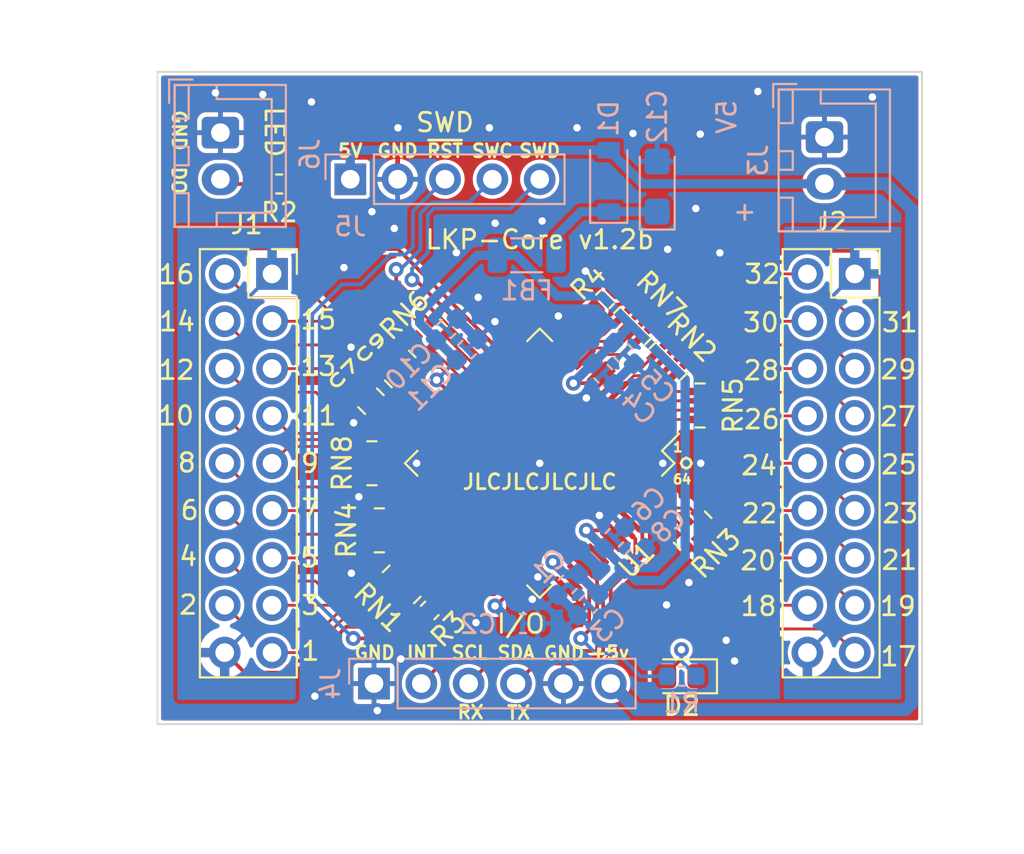
<source format=kicad_pcb>
(kicad_pcb (version 20210722) (generator pcbnew)
  (title_block (title "LKP-Core") (date "2020-09-26") (rev "v1.1") (company "dogtopus"))
  (layers (0 "F.Cu" signal) (31 "B.Cu" signal) (34 "B.Paste" user) (35 "F.Paste" user) (36 "B.SilkS" user "B.Silkscreen") (37 "F.SilkS" user "F.Silkscreen") (38 "B.Mask" user) (39 "F.Mask" user) (44 "Edge.Cuts" user))
  (net 0 "")
  (net 1 "GND")
  (net 2 "VDD")
  (net 3 "Net-(C2-Pad1)")
  (net 4 "/CSH")
  (net 5 "/CMOD")
  (net 6 "+5V")
  (net 7 "/S0_SH")
  (net 8 "/E0_15")
  (net 9 "/E0_14")
  (net 10 "/E0_13")
  (net 11 "/E0_12")
  (net 12 "/E0_11")
  (net 13 "/E0_10")
  (net 14 "/E0_9")
  (net 15 "/E0_8")
  (net 16 "/E0_7")
  (net 17 "/E0_6")
  (net 18 "/E0_5")
  (net 19 "/E0_4")
  (net 20 "/E0_3")
  (net 21 "/E0_2")
  (net 22 "/E0_1")
  (net 23 "/E0_0")
  (net 24 "/S1_SH")
  (net 25 "/E1_0")
  (net 26 "/E1_1")
  (net 27 "/E1_2")
  (net 28 "/E1_3")
  (net 29 "/E1_4")
  (net 30 "/E1_5")
  (net 31 "/E1_6")
  (net 32 "/E1_7")
  (net 33 "/E1_8")
  (net 34 "/E1_9")
  (net 35 "/E1_10")
  (net 36 "/E1_11")
  (net 37 "/E1_12")
  (net 38 "/E1_13")
  (net 39 "/E1_14")
  (net 40 "/E1_15")
  (net 41 "/I2C_SDA")
  (net 42 "/I2C_SCL")
  (net 43 "/INT")
  (net 44 "/LED")
  (net 45 "/SWDIO")
  (net 46 "/SWCLK")
  (net 47 "/RESET")
  (net 48 "Net-(R2-Pad2)")
  (net 49 "/S0_15")
  (net 50 "/S0_13")
  (net 51 "/S0_14")
  (net 52 "/S0_12")
  (net 53 "/S1_11")
  (net 54 "/S1_9")
  (net 55 "/S1_10")
  (net 56 "/S1_8")
  (net 57 "/S1_3")
  (net 58 "/S1_1")
  (net 59 "/S1_2")
  (net 60 "/S1_0")
  (net 61 "/S0_11")
  (net 62 "/S0_9")
  (net 63 "/S0_10")
  (net 64 "/S0_8")
  (net 65 "/S1_7")
  (net 66 "/S1_5")
  (net 67 "/S1_6")
  (net 68 "/S1_4")
  (net 69 "/S0_3")
  (net 70 "/S0_1")
  (net 71 "/S0_2")
  (net 72 "/S0_0")
  (net 73 "/S1_15")
  (net 74 "/S1_13")
  (net 75 "/S1_14")
  (net 76 "/S1_12")
  (net 77 "/S0_7")
  (net 78 "/S0_5")
  (net 79 "/S0_6")
  (net 80 "/S0_4")
  (net 89 "Net-(D2-Pad2)")
  (net 90 "/LED_STAT")
  (net 91 "Net-(R3-Pad1)")
  (net 92 "Net-(R4-Pad2)")
  (net 93 "Net-(C12-Pad1)")
  (footprint "Capacitor_SMD:C_0805_2012Metric" (layer "F.Cu") (at 137.825 94.67 135)
    (fp_text reference "C7")
    (fp_text value "10nF C0G")
  )
  (footprint "Capacitor_SMD:C_0805_2012Metric" (layer "F.Cu") (at 139.275 93.22 135)
    (fp_text reference "C9")
    (fp_text value "2.2nF C0G")
  )
  (footprint "Connector_PinSocket_2.54mm:PinSocket_2x09_P2.54mm_Vertical" (layer "F.Cu") (at 163.77 87.84)
    (fp_text reference "J2")
    (fp_text value "Intercon R")
  )
  (footprint "Resistor_SMD:R_0603_1608Metric" (layer "F.Cu") (at 132.905 83.014)
    (fp_text reference "R2")
    (fp_text value "470")
  )
  (footprint "Resistor_SMD:R_Array_Convex_4x0402" (layer "F.Cu") (at 139.475 104.5 45)
    (fp_text reference "RN1")
    (fp_text value "560")
  )
  (footprint "Resistor_SMD:R_Array_Convex_4x0402" (layer "F.Cu") (at 153.775 92.5 -135)
    (fp_text reference "RN2")
    (fp_text value "560")
  )
  (footprint "Resistor_SMD:R_Array_Convex_4x0402" (layer "F.Cu") (at 155.075 101.6 135)
    (fp_text reference "RN3")
    (fp_text value "560")
  )
  (footprint "Resistor_SMD:R_Array_Convex_4x0402" (layer "F.Cu") (at 138.275 101.6)
    (fp_text reference "RN4")
    (fp_text value "560")
  )
  (footprint "Resistor_SMD:R_Array_Convex_4x0402" (layer "F.Cu") (at 155.475 94.9 180)
    (fp_text reference "RN5")
    (fp_text value "560")
  )
  (footprint "Resistor_SMD:R_Array_Convex_4x0402" (layer "F.Cu") (at 140.875 91.3 -45)
    (fp_text reference "RN6")
    (fp_text value "560")
  )
  (footprint "Resistor_SMD:R_Array_Convex_4x0402" (layer "F.Cu") (at 151.875 90.6 -135)
    (fp_text reference "RN7")
    (fp_text value "560")
  )
  (footprint "Resistor_SMD:R_Array_Convex_4x0402" (layer "F.Cu") (at 137.875 98)
    (fp_text reference "RN8")
    (fp_text value "560")
  )
  (footprint "Package_QFP:TQFP-64_10x10mm_P0.5mm" (layer "F.Cu") (at 146.875 98 -135)
    (fp_text reference "U1")
    (fp_text value "CY8C4246AZI-M445")
  )
  (footprint "Connector_PinSocket_2.54mm:PinSocket_2x09_P2.54mm_Vertical" (layer "F.Cu") (at 132.52 87.84)
    (fp_text reference "J1")
    (fp_text value "Intercon L")
  )
  (footprint "Resistor_SMD:R_0603_1608Metric" (layer "F.Cu") (at 140.975 105.9 -135)
    (fp_text reference "R3")
    (fp_text value "560")
  )
  (footprint "Resistor_SMD:R_0603_1608Metric" (layer "F.Cu") (at 150.375 89.2 -135)
    (fp_text reference "R4")
    (fp_text value "560")
  )
  (footprint "LED_SMD:LED_0805_2012Metric_Castellated" (layer "F.Cu") (at 154.495 109.43 180)
    (fp_text reference "D2")
    (fp_text value "Yellow")
  )
  (footprint "Capacitor_SMD:C_0603_1608Metric" (layer "B.Cu") (at 145.975 106.6)
    (fp_text reference "C2")
    (fp_text value "1uF")
  )
  (footprint "Capacitor_SMD:C_0603_1608Metric" (layer "B.Cu") (at 150.275 93.2 -45)
    (fp_text reference "C4")
    (fp_text value "0.1uF")
  )
  (footprint "Capacitor_SMD:C_0603_1608Metric" (layer "B.Cu") (at 151.375 92.1 -45)
    (fp_text reference "C5")
    (fp_text value "1uF")
  )
  (footprint "Capacitor_SMD:C_0603_1608Metric" (layer "B.Cu") (at 150.875 102 45)
    (fp_text reference "C6")
    (fp_text value "0.1uF")
  )
  (footprint "Capacitor_SMD:C_0603_1608Metric" (layer "B.Cu") (at 151.975 103.1 45)
    (fp_text reference "C8")
    (fp_text value "1uF")
  )
  (footprint "Capacitor_SMD:C_0603_1608Metric" (layer "B.Cu") (at 142.975 91.9 45)
    (fp_text reference "C11")
    (fp_text value "1uF")
  )
  (footprint "Diode_SMD:D_SOD-123" (layer "B.Cu") (at 150.575 82.85 90)
    (fp_text reference "D1")
    (fp_text value "MBR0520L")
  )
  (footprint "Connector_JST:JST_XH_B2B-XH-A_1x02_P2.50mm_Vertical" (layer "B.Cu") (at 162.145 80.5 -90)
    (fp_text reference "J3")
    (fp_text value "Power JST XH")
  )
  (footprint "Connector_PinHeader_2.54mm:PinHeader_1x05_P2.54mm_Vertical" (layer "B.Cu") (at 136.715 82.76 -90)
    (fp_text reference "J5")
    (fp_text value "SWD")
  )
  (footprint "Capacitor_SMD:C_0603_1608Metric" (layer "B.Cu") (at 148.375 104.5 -135)
    (fp_text reference "C1")
    (fp_text value "0.1uF")
  )
  (footprint "Capacitor_SMD:C_0603_1608Metric" (layer "B.Cu") (at 149.475 105.6 -135)
    (fp_text reference "C3")
    (fp_text value "1uF")
  )
  (footprint "Connector_JST:JST_XH_B2B-XH-A_1x02_P2.50mm_Vertical" (layer "B.Cu") (at 129.75 80.26 -90)
    (fp_text reference "J6")
    (fp_text value "WS281x")
  )
  (footprint "Capacitor_SMD:C_0603_1608Metric" (layer "B.Cu") (at 141.875 90.8 45)
    (fp_text reference "C10")
    (fp_text value "0.1uF")
  )
  (footprint "Inductor_SMD:L_1206_3216Metric" (layer "B.Cu") (at 146.18 86.84)
    (fp_text reference "FB1")
    (fp_text value "330Ohm@100MHz")
  )
  (footprint "Capacitor_Tantalum_SMD:CP_EIA-3216-18_Kemet-A" (layer "B.Cu") (at 153.175 83.15 90)
    (fp_text reference "C12")
    (fp_text value "10uF")
  )
  (footprint "Resistor_SMD:R_0603_1608Metric" (layer "B.Cu") (at 154.495 109.43)
    (fp_text reference "R1")
    (fp_text value "1k")
  )
  (footprint "Connector_PinHeader_2.54mm:PinHeader_1x06_P2.54mm_Vertical" (layer "B.Cu") (at 137.985 109.82 -90)
    (fp_text reference "J4")
    (fp_text value "IO")
  )
  (gr_line (start 126.375 77) (end 167.375 77) (layer "Edge.Cuts") (width 0.1))
  (gr_line (start 167.375 112) (end 126.375 112) (layer "Edge.Cuts") (width 0.1))
  (gr_line (start 126.375 112) (end 126.375 77) (layer "Edge.Cuts") (width 0.1))
  (gr_line (start 167.375 77) (end 167.375 112) (layer "Edge.Cuts") (width 0.1))
  (gr_text "5V" (at 156.905 79.41 90) (layer "B.SilkS") (effects (font (size 1 1)) (justify mirror)))
  (gr_text "+" (at 157.797 84.538 90) (layer "B.SilkS") (effects (font (size 1 1))))
  (gr_text "INT" (at 140.565 108.17) (layer "F.SilkS") (effects (font (size 0.7 0.7))))
  (gr_text "SCL" (at 143.125 108.17) (layer "F.SilkS") (effects (font (size 0.7 0.7))))
  (gr_text "23" (at 166.21 100.7) (layer "F.SilkS") (effects (font (size 1 1))))
  (gr_text "JLCJLCJLCJLC" (at 146.875 99) (layer "F.SilkS") (effects (font (size 0.8 0.8))))
  (gr_text "7" (at 134.575 100.45) (layer "F.SilkS") (effects (font (size 1 1))))
  (gr_text "8" (at 127.95 97.975) (layer "F.SilkS") (effects (font (size 1 1))))
  (gr_text "13" (at 135 92.8) (layer "F.SilkS") (effects (font (size 1 1))))
  (gr_text "28" (at 158.76 93.025) (layer "F.SilkS") (effects (font (size 1 1))))
  (gr_text "5" (at 134.525 103.075) (layer "F.SilkS") (effects (font (size 1 1))))
  (gr_text "SWD" (at 146.875 81.236) (layer "F.SilkS") (effects (font (size 0.7 0.7))))
  (gr_text "26" (at 158.785 95.65) (layer "F.SilkS") (effects (font (size 1 1))))
  (gr_text "20" (at 158.585 103.225) (layer "F.SilkS") (effects (font (size 1 1))))
  (gr_text "10" (at 127.375 95.45) (layer "F.SilkS") (effects (font (size 1 1))))
  (gr_text "SWC" (at 144.335 81.236) (layer "F.SilkS") (effects (font (size 0.7 0.7))))
  (gr_text "4" (at 128.025 103) (layer "F.SilkS") (effects (font (size 1 1))))
  (gr_text "RX" (at 143.165 111.36) (layer "F.SilkS") (effects (font (size 0.7 0.7))))
  (gr_text "17" (at 166.11 108.375) (layer "F.SilkS") (effects (font (size 1 1))))
  (gr_text "14" (at 127.425 90.4) (layer "F.SilkS") (effects (font (size 1 1))))
  (gr_text "~{RST}" (at 141.795 81.236) (layer "F.SilkS") (effects (font (size 0.7 0.7))))
  (gr_text "11" (at 135.025 95.45) (layer "F.SilkS") (effects (font (size 1 1))))
  (gr_text "64" (at 154.51 98.865) (layer "F.SilkS") (effects (font (size 0.5 0.5) (thickness 0.125))))
  (gr_text "25" (at 166.135 98.075) (layer "F.SilkS") (effects (font (size 1 1))))
  (gr_text "31" (at 166.185 90.45) (layer "F.SilkS") (effects (font (size 1 1))))
  (gr_text "1" (at 154.285 97.14) (layer "F.SilkS") (effects (font (size 0.5 0.5) (thickness 0.125))))
  (gr_text "GND" (at 127.535 80.14 270) (layer "F.SilkS") (effects (font (size 0.7 0.7))))
  (gr_text "LED" (at 132.651 80.22 270) (layer "F.SilkS") (effects (font (size 1 1))))
  (gr_text "°" (at 154.735 98.79) (layer "F.SilkS") (effects (font (size 2 2))))
  (gr_text "5V" (at 136.715 81.236) (layer "F.SilkS") (effects (font (size 0.7 0.7))))
  (gr_text "24" (at 158.635 98.125) (layer "F.SilkS") (effects (font (size 1 1))))
  (gr_text "LKP-Core v1.2b" (at 146.875 86) (layer "F.SilkS") (effects (font (size 1 1))))
  (gr_text "I/O" (at 145.865 106.62) (layer "F.SilkS") (effects (font (size 1 1))))
  (gr_text "GND" (at 139.255 81.236) (layer "F.SilkS") (effects (font (size 0.7 0.7))))
  (gr_text "3" (at 134.575 105.625) (layer "F.SilkS") (effects (font (size 1 1))))
  (gr_text "18" (at 158.61 105.675) (layer "F.SilkS") (effects (font (size 1 1))))
  (gr_text "27" (at 166.085 95.5) (layer "F.SilkS") (effects (font (size 1 1))))
  (gr_text "19" (at 166.085 105.675) (layer "F.SilkS") (effects (font (size 1 1))))
  (gr_text "TX" (at 145.745 111.38) (layer "F.SilkS") (effects (font (size 0.7 0.7))))
  (gr_text "DO" (at 127.515 82.82 -90) (layer "F.SilkS") (effects (font (size 0.7 0.7))))
  (gr_text "22" (at 158.66 100.7) (layer "F.SilkS") (effects (font (size 1 1))))
  (gr_text "12" (at 127.4 93) (layer "F.SilkS") (effects (font (size 1 1))))
  (gr_text "29" (at 166.11 92.975) (layer "F.SilkS") (effects (font (size 1 1))))
  (gr_text "GND" (at 148.185 108.19) (layer "F.SilkS") (effects (font (size 0.7 0.7))))
  (gr_text "6" (at 128.1 100.525) (layer "F.SilkS") (effects (font (size 1 1))))
  (gr_text "2" (at 128.025 105.6) (layer "F.SilkS") (effects (font (size 1 1))))
  (gr_text "SWD" (at 141.795 79.712) (layer "F.SilkS") (effects (font (size 1 1))))
  (gr_text "1" (at 134.575 108.075) (layer "F.SilkS") (effects (font (size 1 1))))
  (gr_text "21" (at 166.16 103.2) (layer "F.SilkS") (effects (font (size 1 1))))
  (gr_text "GND" (at 138.025 108.17) (layer "F.SilkS") (effects (font (size 0.7 0.7))))
  (gr_text "+5v" (at 150.625 108.17) (layer "F.SilkS") (effects (font (size 0.7 0.7))))
  (gr_text "30" (at 158.735 90.45) (layer "F.SilkS") (effects (font (size 1 1))))
  (gr_text "16" (at 127.4 87.875) (layer "F.SilkS") (effects (font (size 1 1))))
  (gr_text "15" (at 135 90.3) (layer "F.SilkS") (effects (font (size 1 1))))
  (gr_text "32" (at 158.81 87.85) (layer "F.SilkS") (effects (font (size 1 1))))
  (gr_text "9" (at 134.55 98) (layer "F.SilkS") (effects (font (size 1 1))))
  (gr_text "SDA" (at 145.605 108.17) (layer "F.SilkS") (effects (font (size 0.7 0.7))))
  (segment (start 137.162087 93.989411) (end 138.603249 92.548249) (width 0.5) (layer "F.Cu") (net 1))
  (segment (start 137.162087 94.007087) (end 137.162087 93.989411) (width 0.5) (layer "F.Cu") (net 1))
  (via (at 146.775 104.1) (size 0.8) (drill 0.4) (layers "F.Cu" "B.Cu") (net 1))
  (via (at 140.275 98) (size 0.8) (drill 0.4) (layers "F.Cu" "B.Cu") (net 1))
  (via (at 147.005 85) (size 0.8) (drill 0.4) (layers "F.Cu" "B.Cu") (net 1))
  (via (at 134.635 78.61) (size 0.8) (drill 0.4) (layers "F.Cu" "B.Cu") (net 1))
  (via (at 147.875 90.1) (size 0.8) (drill 0.4) (layers "F.Cu" "B.Cu") (net 1))
  (via (at 129.485 78.12) (size 0.8) (drill 0.4) (layers "F.Cu" "B.Cu") (net 1))
  (via (at 139.075 85.4) (size 0.8) (drill 0.4) (layers "F.Cu" "B.Cu") (net 1))
  (via (at 136.775 103.9) (size 0.8) (drill 0.4) (layers "F.Cu" "B.Cu") (net 1))
  (via (at 155.245 84.33) (size 0.8) (drill 0.4) (layers "F.Cu" "B.Cu") (net 1))
  (via (at 142.405 86.7) (size 0.8) (drill 0.4) (layers "F.Cu" "B.Cu") (net 1))
  (via (at 151.875 80.3) (size 0.8) (drill 0.4) (layers "F.Cu" "B.Cu") (net 1))
  (via (at 143.575 89.1) (size 0.8) (drill 0.4) (layers "F.Cu" "B.Cu") (net 1))
  (via (at 153.675 105.6) (size 0.8) (drill 0.4) (layers "F.Cu" "B.Cu") (net 1))
  (via (at 139.275 80) (size 0.8) (drill 0.4) (layers "F.Cu" "B.Cu") (net 1))
  (via (at 132.025 78.21) (size 0.8) (drill 0.4) (layers "F.Cu" "B.Cu") (net 1))
  (via (at 150.075 100.8) (size 0.8) (drill 0.4) (layers "F.Cu" "B.Cu") (net 1))
  (via (at 136.375 87.5) (size 0.8) (drill 0.4) (layers "F.Cu" "B.Cu") (net 1))
  (via (at 134.815 110.5) (size 0.8) (drill 0.4) (layers "F.Cu" "B.Cu") (net 1))
  (via (at 148.875 80) (size 0.8) (drill 0.4) (layers "F.Cu" "B.Cu") (net 1))
  (via (at 158.575 78.05) (size 0.8) (drill 0.4) (layers "F.Cu" "B.Cu") (net 1))
  (via (at 138.165 111.27) (size 0.8) (drill 0.4) (layers "F.Cu" "B.Cu") (net 1))
  (via (at 137.875 84.5) (size 0.8) (drill 0.4) (layers "F.Cu" "B.Cu") (net 1))
  (via (at 157.322767 108.610232) (size 0.8) (drill 0.4) (layers "F.Cu" "B.Cu") (net 1))
  (via (at 149.325 87.69) (size 0.8) (drill 0.4) (layers "F.Cu" "B.Cu") (net 1))
  (via (at 136.895 95.83) (size 0.8) (drill 0.4) (layers "F.Cu" "B.Cu") (net 1))
  (via (at 143.455 106.55) (size 0.8) (drill 0.4) (layers "F.Cu" "B.Cu") (net 1))
  (via (at 139.425 108.5) (size 0.8) (drill 0.4) (layers "F.Cu" "B.Cu") (net 1))
  (via (at 137.175 99.8) (size 0.8) (drill 0.4) (layers "F.Cu" "B.Cu") (net 1))
  (via (at 146.475 105.3) (size 0.8) (drill 0.4) (layers "F.Cu" "B.Cu") (net 1))
  (via (at 136.755 91.77) (size 0.8) (drill 0.4) (layers "F.Cu" "B.Cu") (net 1))
  (via (at 153.735 86.52) (size 0.8) (drill 0.4) (layers "F.Cu" "B.Cu") (net 1))
  (via (at 154.875 104.4) (size 0.8) (drill 0.4) (layers "F.Cu" "B.Cu") (net 1))
  (via (at 156.875 107.5) (size 0.8) (drill 0.4) (layers "F.Cu" "B.Cu") (net 1))
  (via (at 146.875 98) (size 0.8) (drill 0.4) (layers "F.Cu" "B.Cu") (net 1))
  (via (at 155.485 80.34) (size 0.8) (drill 0.4) (layers "F.Cu" "B.Cu") (net 1))
  (via (at 144.485 85.12) (size 0.8) (drill 0.4) (layers "F.Cu" "B.Cu") (net 1))
  (via (at 149.375 94.5) (size 0.8) (drill 0.4) (layers "F.Cu" "B.Cu") (net 1))
  (via (at 153.475 98) (size 0.8) (drill 0.4) (layers "F.Cu" "B.Cu") (net 1))
  (via (at 155.511 98) (size 0.8) (drill 0.4) (layers "F.Cu" "B.Cu") (net 1))
  (via (at 164.715 78.35) (size 0.8) (drill 0.4) (layers "F.Cu" "B.Cu") (net 1))
  (via (at 156.535 86.71) (size 0.8) (drill 0.4) (layers "F.Cu" "B.Cu") (net 1))
  (via (at 144.475 90.4) (size 0.8) (drill 0.4) (layers "F.Cu" "B.Cu") (net 1))
  (via (at 144.175 80) (size 0.8) (drill 0.4) (layers "F.Cu" "B.Cu") (net 1))
  (segment (start 147.818153 105.056847) (end 148.918153 106.156847) (width 0.5) (layer "B.Cu") (net 1))
  (segment (start 142.431847 90.243153) (end 143.531847 91.343153) (width 0.5) (layer "B.Cu") (net 1))
  (segment (start 151.931847 92.656847) (end 150.831847 93.756847) (width 0.5) (layer "B.Cu") (net 1))
  (segment (start 147.578806 103.3) (end 148.580895 104.302089) (width 0.2) (layer "F.Cu") (net 2))
  (segment (start 149.402905 93.704328) (end 148.679328 93.704328) (width 0.2) (layer "F.Cu") (net 2))
  (segment (start 149.374996 101.6) (end 150.121446 101.6) (width 0.2) (layer "F.Cu") (net 2))
  (segment (start 149.995109 93.112124) (end 149.402905 93.704328) (width 0.2) (layer "F.Cu") (net 2))
  (segment (start 142.340678 94.526338) (end 141.344672 93.530332) (width 0.2) (layer "F.Cu") (net 2))
  (segment (start 150.121446 101.6) (end 150.702215 102.180769) (width 0.2) (layer "F.Cu") (net 2))
  (segment (start 147.575 103.3) (end 147.578806 103.3) (width 0.2) (layer "F.Cu") (net 2))
  (via (at 141.344672 93.530332) (size 0.8) (drill 0.4) (layers "F.Cu" "B.Cu") (net 2))
  (via (at 147.575 103.3) (size 0.8) (drill 0.4) (layers "F.Cu" "B.Cu") (net 2))
  (via (at 148.679328 93.704328) (size 0.8) (drill 0.4) (layers "F.Cu" "B.Cu") (net 2))
  (via (at 149.374996 101.6) (size 0.8) (drill 0.4) (layers "F.Cu" "B.Cu") (net 2))
  (segment (start 151.418153 103.656847) (end 150.031847 105.043153) (width 0.5) (layer "B.Cu") (net 2))
  (segment (start 152.061306 104.3) (end 151.418153 103.656847) (width 0.5) (layer "B.Cu") (net 2))
  (segment (start 142.418153 92.456847) (end 141.344672 93.530328) (width 0.2) (layer "B.Cu") (net 2))
  (segment (start 151.761306 90.6) (end 151.775 90.6) (width 0.5) (layer "B.Cu") (net 2))
  (segment (start 150.318153 102.556847) (end 149.374996 101.61369) (width 0.5) (layer "B.Cu") (net 2))
  (segment (start 148.679328 93.681978) (end 148.679328 93.704328) (width 0.5) (layer "B.Cu") (net 2))
  (segment (start 150.197999 89.022999) (end 147.797999 89.022999) (width 0.5) (layer "B.Cu") (net 2))
  (segment (start 148.218153 103.943153) (end 147.575 103.3) (width 0.5) (layer "B.Cu") (net 2))
  (segment (start 153.375 104.3) (end 152.061306 104.3) (width 0.5) (layer "B.Cu") (net 2))
  (segment (start 141.344672 93.530328) (end 141.344672 93.530332) (width 0.2) (layer "B.Cu") (net 2))
  (segment (start 149.374996 101.61369) (end 149.374996 101.6) (width 0.5) (layer "B.Cu") (net 2))
  (segment (start 148.931847 103.943153) (end 148.218153 103.943153) (width 0.5) (layer "B.Cu") (net 2))
  (segment (start 151.775 90.6) (end 150.197999 89.022999) (width 0.5) (layer "B.Cu") (net 2))
  (segment (start 141.318153 91.356847) (end 140.435 90.473694) (width 0.5) (layer "B.Cu") (net 2))
  (segment (start 149.718153 92.643153) (end 148.679328 93.681978) (width 0.5) (layer "B.Cu") (net 2))
  (segment (start 145.615 86.84) (end 144.605 86.84) (width 0.5) (layer "B.Cu") (net 2))
  (segment (start 141.318153 91.356847) (end 142.418153 92.456847) (width 0.5) (layer "B.Cu") (net 2))
  (segment (start 154.675 103) (end 153.375 104.3) (width 0.5) (layer "B.Cu") (net 2))
  (segment (start 150.031847 105.043153) (end 148.931847 103.943153) (width 0.5) (layer "B.Cu") (net 2))
  (segment (start 151.775 90.6) (end 154.675 93.5) (width 0.5) (layer "B.Cu") (net 2))
  (segment (start 140.435 90.473694) (end 140.435 89.94) (width 0.5) (layer "B.Cu") (net 2))
  (segment (start 143.535 86.84) (end 144.605 86.84) (width 0.5) (layer "B.Cu") (net 2))
  (segment (start 150.818153 91.543153) (end 149.718153 92.643153) (width 0.5) (layer "B.Cu") (net 2))
  (segment (start 147.797999 89.022999) (end 145.615 86.84) (width 0.5) (layer "B.Cu") (net 2))
  (segment (start 150.318153 102.556847) (end 151.418153 103.656847) (width 0.5) (layer "B.Cu") (net 2))
  (segment (start 150.818153 91.543153) (end 151.761306 90.6) (width 0.5) (layer "B.Cu") (net 2))
  (segment (start 140.435 89.94) (end 143.535 86.84) (width 0.5) (layer "B.Cu") (net 2))
  (segment (start 154.675 93.5) (end 154.675 103) (width 0.5) (layer "B.Cu") (net 2))
  (segment (start 144.525195 105.653106) (end 145.522658 104.655643) (width 0.2) (layer "F.Cu") (net 3))
  (segment (start 144.477856 105.653106) (end 144.525195 105.653106) (width 0.2) (layer "F.Cu") (net 3))
  (via (at 144.477856 105.653106) (size 0.8) (drill 0.4) (layers "F.Cu" "B.Cu") (net 3))
  (segment (start 145.1875 106.36275) (end 144.477856 105.653106) (width 0.5) (layer "B.Cu") (net 3))
  (segment (start 145.1875 106.6) (end 145.1875 106.36275) (width 0.5) (layer "B.Cu") (net 3))
  (segment (start 140.960018 95.985018) (end 140.145 95.17) (width 0.2) (layer "F.Cu") (net 4))
  (segment (start 139.472087 95.332913) (end 139.635 95.17) (width 0.5) (layer "F.Cu") (net 4))
  (segment (start 140.145 95.17) (end 139.635 95.17) (width 0.2) (layer "F.Cu") (net 4))
  (segment (start 138.487913 95.332913) (end 139.472087 95.332913) (width 0.5) (layer "F.Cu") (net 4))
  (segment (start 139.831847 93.656847) (end 140.575 94.4) (width 0.5) (layer "F.Cu") (net 5))
  (segment (start 141.249498 95.586998) (end 141.280018 95.586998) (width 0.2) (layer "F.Cu") (net 5))
  (segment (start 140.575 94.88198) (end 141.280018 95.586998) (width 0.2) (layer "F.Cu") (net 5))
  (segment (start 140.575 94.88198) (end 140.575 94.4) (width 0.2) (layer "F.Cu") (net 5))
  (segment (start 165.445 83) (end 166.815 84.37) (width 0.7) (layer "B.Cu") (net 6))
  (segment (start 152.375 83) (end 150.575 81.2) (width 0.5) (layer "B.Cu") (net 6))
  (segment (start 136.715 81.41) (end 136.925 81.2) (width 0.5) (layer "B.Cu") (net 6))
  (segment (start 136.715 82.76) (end 136.715 81.41) (width 0.5) (layer "B.Cu") (net 6))
  (segment (start 166.815 84.37) (end 166.815 110.88) (width 0.7) (layer "B.Cu") (net 6))
  (segment (start 152.085 111.22) (end 150.685 109.82) (width 0.7) (layer "B.Cu") (net 6))
  (segment (start 162.145 83) (end 165.445 83) (width 0.7) (layer "B.Cu") (net 6))
  (segment (start 136.925 81.2) (end 150.575 81.2) (width 0.5) (layer "B.Cu") (net 6))
  (segment (start 166.815 110.88) (end 166.475 111.22) (width 0.7) (layer "B.Cu") (net 6))
  (segment (start 162.145 83) (end 152.375 83) (width 0.5) (layer "B.Cu") (net 6))
  (segment (start 166.475 111.22) (end 152.085 111.22) (width 0.7) (layer "B.Cu") (net 6))
  (segment (start 131.057001 109.237001) (end 129.98 108.16) (width 0.2) (layer "F.Cu") (net 7))
  (segment (start 140.102001 106.772999) (end 136.502001 106.772999) (width 0.2) (layer "F.Cu") (net 7))
  (segment (start 133.673962 108.6) (end 133.036961 109.237001) (width 0.2) (layer "F.Cu") (net 7))
  (segment (start 136.175 107.1) (end 136.175 107.975) (width 0.2) (layer "F.Cu") (net 7))
  (segment (start 133.036961 109.237001) (end 131.057001 109.237001) (width 0.2) (layer "F.Cu") (net 7))
  (segment (start 136.175 107.975) (end 135.55 108.6) (width 0.2) (layer "F.Cu") (net 7))
  (segment (start 140.418153 106.456847) (end 140.102001 106.772999) (width 0.2) (layer "F.Cu") (net 7))
  (segment (start 136.502001 106.772999) (end 136.175 107.1) (width 0.2) (layer "F.Cu") (net 7))
  (segment (start 135.55 108.6) (end 133.673962 108.6) (width 0.2) (layer "F.Cu") (net 7))
  (segment (start 131.25 106.89) (end 129.98 108.16) (width 0.2) (layer "B.Cu") (net 7))
  (segment (start 132.52 87.84) (end 131.25 89.11) (width 0.2) (layer "B.Cu") (net 7))
  (segment (start 131.25 89.11) (end 131.25 106.89) (width 0.2) (layer "B.Cu") (net 7))
  (segment (start 135.755762 90) (end 134.865762 89.11) (width 0.1524) (layer "F.Cu") (net 8))
  (segment (start 137.065 89.11) (end 136.175 90) (width 0.1524) (layer "F.Cu") (net 8))
  (segment (start 131.25 89.11) (end 129.98 87.84) (width 0.1524) (layer "F.Cu") (net 8))
  (segment (start 141.051777 90.416117) (end 139.74566 89.11) (width 0.1524) (layer "F.Cu") (net 8))
  (segment (start 136.175 90) (end 135.755762 90) (width 0.1524) (layer "F.Cu") (net 8))
  (segment (start 134.865762 89.11) (end 131.25 89.11) (width 0.1524) (layer "F.Cu") (net 8))
  (segment (start 139.74566 89.11) (end 137.065 89.11) (width 0.1524) (layer "F.Cu") (net 8))
  (segment (start 137.175 89.4) (end 136.195 90.38) (width 0.1524) (layer "F.Cu") (net 9))
  (segment (start 140.698223 90.76967) (end 139.328553 89.4) (width 0.1524) (layer "F.Cu") (net 9))
  (segment (start 136.195 90.38) (end 132.52 90.38) (width 0.1524) (layer "F.Cu") (net 9))
  (segment (start 139.328553 89.4) (end 137.175 89.4) (width 0.1524) (layer "F.Cu") (net 9))
  (segment (start 140.34467 91.123223) (end 138.921447 89.7) (width 0.1524) (layer "F.Cu") (net 10))
  (segment (start 131.25 91.65) (end 129.98 90.38) (width 0.1524) (layer "F.Cu") (net 10))
  (segment (start 138.921447 89.7) (end 137.275 89.7) (width 0.1524) (layer "F.Cu") (net 10))
  (segment (start 135.325 91.65) (end 131.25 91.65) (width 0.1524) (layer "F.Cu") (net 10))
  (segment (start 137.275 89.7) (end 135.325 91.65) (width 0.1524) (layer "F.Cu") (net 10))
  (segment (start 132.52 92.92) (end 135.555 92.92) (width 0.1524) (layer "F.Cu") (net 11))
  (segment (start 135.875 91.5) (end 137.375 90) (width 0.1524) (layer "F.Cu") (net 11))
  (segment (start 137.375 90) (end 138.51434 90) (width 0.1524) (layer "F.Cu") (net 11))
  (segment (start 135.555 92.92) (end 135.875 92.6) (width 0.1524) (layer "F.Cu") (net 11))
  (segment (start 135.875 92.6) (end 135.875 91.5) (width 0.1524) (layer "F.Cu") (net 11))
  (segment (start 138.51434 90) (end 139.991117 91.476777) (width 0.1524) (layer "F.Cu") (net 11))
  (segment (start 137.375 97.25) (end 136.9726 97.25) (width 0.1524) (layer "F.Cu") (net 12))
  (segment (start 136.9726 97.25) (end 135.575 95.8524) (width 0.1524) (layer "F.Cu") (net 12))
  (segment (start 134.865762 94.19) (end 131.25 94.19) (width 0.1524) (layer "F.Cu") (net 12))
  (segment (start 131.25 94.19) (end 129.98 92.92) (width 0.1524) (layer "F.Cu") (net 12))
  (segment (start 135.575381 94.899619) (end 134.865762 94.19) (width 0.1524) (layer "F.Cu") (net 12))
  (segment (start 135.575 95.8524) (end 135.575 94.9) (width 0.1524) (layer "F.Cu") (net 12))
  (segment (start 135.575 94.9) (end 135.575381 94.899619) (width 0.1524) (layer "F.Cu") (net 12))
  (segment (start 136.925 97.75) (end 135.575 96.4) (width 0.1524) (layer "F.Cu") (net 13))
  (segment (start 133.46 96.4) (end 132.52 95.46) (width 0.1524) (layer "F.Cu") (net 13))
  (segment (start 135.575 96.4) (end 133.46 96.4) (width 0.1524) (layer "F.Cu") (net 13))
  (segment (start 137.375 97.75) (end 136.925 97.75) (width 0.1524) (layer "F.Cu") (net 13))
  (segment (start 135.4526 96.73) (end 131.25 96.73) (width 0.1524) (layer "F.Cu") (net 14))
  (segment (start 136.9726 98.25) (end 135.4526 96.73) (width 0.1524) (layer "F.Cu") (net 14))
  (segment (start 137.375 98.25) (end 136.9726 98.25) (width 0.1524) (layer "F.Cu") (net 14))
  (segment (start 131.25 96.73) (end 129.98 95.46) (width 0.1524) (layer "F.Cu") (net 14))
  (segment (start 135.375 97.1) (end 137.025 98.75) (width 0.1524) (layer "F.Cu") (net 15))
  (segment (start 133.42 97.1) (end 135.375 97.1) (width 0.1524) (layer "F.Cu") (net 15))
  (segment (start 132.52 98) (end 133.42 97.1) (width 0.1524) (layer "F.Cu") (net 15))
  (segment (start 137.025 98.75) (end 137.375 98.75) (width 0.1524) (layer "F.Cu") (net 15))
  (segment (start 136.525 100.85) (end 134.945 99.27) (width 0.1524) (layer "F.Cu") (net 16))
  (segment (start 131.25 99.27) (end 129.98 98) (width 0.1524) (layer "F.Cu") (net 16))
  (segment (start 134.945 99.27) (end 131.25 99.27) (width 0.1524) (layer "F.Cu") (net 16))
  (segment (start 137.775 100.85) (end 136.525 100.85) (width 0.1524) (layer "F.Cu") (net 16))
  (segment (start 135.715 100.54) (end 132.52 100.54) (width 0.1524) (layer "F.Cu") (net 17))
  (segment (start 137.775 101.35) (end 136.525 101.35) (width 0.1524) (layer "F.Cu") (net 17))
  (segment (start 136.525 101.35) (end 135.715 100.54) (width 0.1524) (layer "F.Cu") (net 17))
  (segment (start 137.735 101.81) (end 131.25 101.81) (width 0.1524) (layer "F.Cu") (net 18))
  (segment (start 131.25 101.81) (end 129.98 100.54) (width 0.1524) (layer "F.Cu") (net 18))
  (segment (start 137.775 101.85) (end 137.735 101.81) (width 0.1524) (layer "F.Cu") (net 18))
  (segment (start 135.655 103.08) (end 132.52 103.08) (width 0.1524) (layer "F.Cu") (net 19))
  (segment (start 137.775 102.35) (end 136.385 102.35) (width 0.1524) (layer "F.Cu") (net 19))
  (segment (start 136.385 102.35) (end 135.655 103.08) (width 0.1524) (layer "F.Cu") (net 19))
  (segment (start 135.748224 105.21967) (end 134.851777 104.323223) (width 0.1524) (layer "F.Cu") (net 20))
  (segment (start 131.223223 104.323223) (end 129.98 103.08) (width 0.1524) (layer "F.Cu") (net 20))
  (segment (start 134.851777 104.323223) (end 131.223223 104.323223) (width 0.1524) (layer "F.Cu") (net 20))
  (segment (start 137.69467 105.21967) (end 135.748224 105.21967) (width 0.1524) (layer "F.Cu") (net 20))
  (segment (start 138.591117 104.323223) (end 137.69467 105.21967) (width 0.1524) (layer "F.Cu") (net 20))
  (segment (start 138.001447 105.62) (end 132.52 105.62) (width 0.1524) (layer "F.Cu") (net 21))
  (segment (start 138.94467 104.676777) (end 138.001447 105.62) (width 0.1524) (layer "F.Cu") (net 21))
  (segment (start 139.298223 105.03033) (end 138.328554 106) (width 0.1524) (layer "F.Cu") (net 22))
  (segment (start 131.26 106.9) (end 129.98 105.62) (width 0.1524) (layer "F.Cu") (net 22))
  (segment (start 138.328554 106) (end 136.075 106) (width 0.1524) (layer "F.Cu") (net 22))
  (segment (start 135.175 106.9) (end 131.26 106.9) (width 0.1524) (layer "F.Cu") (net 22))
  (segment (start 136.075 106) (end 135.175 106.9) (width 0.1524) (layer "F.Cu") (net 22))
  (segment (start 139.651777 105.383883) (end 138.65533 106.38033) (width 0.1524) (layer "F.Cu") (net 23))
  (segment (start 136.29467 106.38033) (end 135.7787 106.8963) (width 0.1524) (layer "F.Cu") (net 23))
  (segment (start 135.7787 106.8963) (end 135.7787 107.8037) (width 0.1524) (layer "F.Cu") (net 23))
  (segment (start 135.4224 108.16) (end 132.52 108.16) (width 0.1524) (layer "F.Cu") (net 23))
  (segment (start 138.65533 106.38033) (end 136.29467 106.38033) (width 0.1524) (layer "F.Cu") (net 23))
  (segment (start 135.7787 107.8037) (end 135.4224 108.16) (width 0.1524) (layer "F.Cu") (net 23))
  (segment (start 151.925 89.05) (end 151.338694 89.05) (width 0.2) (layer "F.Cu") (net 24))
  (segment (start 151.925 89.05) (end 151.438694 89.05) (width 0.2) (layer "F.Cu") (net 24))
  (segment (start 156.425 89.05) (end 158.275 87.2) (width 0.2) (layer "F.Cu") (net 24))
  (segment (start 151.925 89.05) (end 156.425 89.05) (width 0.2) (layer "F.Cu") (net 24))
  (segment (start 163.77 86.79) (end 163.77 87.84) (width 0.2) (layer "F.Cu") (net 24))
  (segment (start 159.875 87.2) (end 160.475 86.6) (width 0.2) (layer "F.Cu") (net 24))
  (segment (start 151.338694 89.05) (end 150.931847 88.643153) (width 0.2) (layer "F.Cu") (net 24))
  (segment (start 158.275 87.2) (end 159.875 87.2) (width 0.2) (layer "F.Cu") (net 24))
  (segment (start 160.475 86.6) (end 163.58 86.6) (width 0.2) (layer "F.Cu") (net 24))
  (segment (start 163.58 86.6) (end 163.77 86.79) (width 0.2) (layer "F.Cu") (net 24))
  (segment (start 163.77 87.84) (end 162.5 89.11) (width 0.2) (layer "B.Cu") (net 24))
  (segment (start 162.5 106.89) (end 161.23 108.16) (width 0.2) (layer "B.Cu") (net 24))
  (segment (start 162.5 89.11) (end 162.5 106.89) (width 0.2) (layer "B.Cu") (net 24))
  (segment (start 154.898223 102.483883) (end 157.475 105.06066) (width 0.1524) (layer "F.Cu") (net 25))
  (segment (start 157.475 105.7) (end 158.665 106.89) (width 0.1524) (layer "F.Cu") (net 25))
  (segment (start 158.884238 106.89) (end 160.21 106.89) (width 0.1524) (layer "F.Cu") (net 25))
  (segment (start 158.884238 106.89) (end 162.5 106.89) (width 0.1524) (layer "F.Cu") (net 25))
  (segment (start 157.475 105.06066) (end 157.475 105.7) (width 0.1524) (layer "F.Cu") (net 25))
  (segment (start 162.5 106.89) (end 163.77 108.16) (width 0.1524) (layer "F.Cu") (net 25))
  (segment (start 158.665 106.89) (end 158.884238 106.89) (width 0.1524) (layer "F.Cu") (net 25))
  (segment (start 157.821447 105.446447) (end 157.995 105.62) (width 0.1524) (layer "F.Cu") (net 26))
  (segment (start 157.821447 104.7) (end 157.821447 105.446447) (width 0.1524) (layer "F.Cu") (net 26))
  (segment (start 157.995 105.62) (end 161.23 105.62) (width 0.1524) (layer "F.Cu") (net 26))
  (segment (start 155.251777 102.13033) (end 157.821447 104.7) (width 0.1524) (layer "F.Cu") (net 26))
  (segment (start 158.128553 104.3) (end 162.45 104.3) (width 0.1524) (layer "F.Cu") (net 27))
  (segment (start 162.45 104.3) (end 163.77 105.62) (width 0.1524) (layer "F.Cu") (net 27))
  (segment (start 155.60533 101.776777) (end 158.128553 104.3) (width 0.1524) (layer "F.Cu") (net 27))
  (segment (start 157.61566 103.08) (end 161.23 103.08) (width 0.1524) (layer "F.Cu") (net 28))
  (segment (start 155.958883 101.423223) (end 157.61566 103.08) (width 0.1524) (layer "F.Cu") (net 28))
  (segment (start 162.5 101.81) (end 163.77 103.08) (width 0.1524) (layer "F.Cu") (net 29))
  (segment (start 158.305 101.81) (end 162.5 101.81) (width 0.1524) (layer "F.Cu") (net 29))
  (segment (start 156.3774 95.65) (end 156.475 95.7476) (width 0.1524) (layer "F.Cu") (net 29))
  (segment (start 156.475 99.98) (end 158.305 101.81) (width 0.1524) (layer "F.Cu") (net 29))
  (segment (start 156.475 95.7476) (end 156.475 99.98) (width 0.1524) (layer "F.Cu") (net 29))
  (segment (start 155.975 95.65) (end 156.3774 95.65) (width 0.1524) (layer "F.Cu") (net 29))
  (segment (start 158.305 100.54) (end 161.23 100.54) (width 0.1524) (layer "F.Cu") (net 30))
  (segment (start 156.775 99.01) (end 158.305 100.54) (width 0.1524) (layer "F.Cu") (net 30))
  (segment (start 155.975 95.15) (end 156.3774 95.15) (width 0.1524) (layer "F.Cu") (net 30))
  (segment (start 156.775 95.5476) (end 156.775 99.01) (width 0.1524) (layer "F.Cu") (net 30))
  (segment (start 156.3774 95.15) (end 156.775 95.5476) (width 0.1524) (layer "F.Cu") (net 30))
  (segment (start 158.277119 99.27) (end 162.5 99.27) (width 0.1524) (layer "F.Cu") (net 31))
  (segment (start 156.3774 94.65) (end 157.075 95.3476) (width 0.1524) (layer "F.Cu") (net 31))
  (segment (start 157.075 95.3476) (end 157.075 98.067881) (width 0.1524) (layer "F.Cu") (net 31))
  (segment (start 155.975 94.65) (end 156.3774 94.65) (width 0.1524) (layer "F.Cu") (net 31))
  (segment (start 157.075 98.067881) (end 158.277119 99.27) (width 0.1524) (layer "F.Cu") (net 31))
  (segment (start 162.5 99.27) (end 163.77 100.54) (width 0.1524) (layer "F.Cu") (net 31))
  (segment (start 157.375 95.1476) (end 157.375 97.05) (width 0.1524) (layer "F.Cu") (net 32))
  (segment (start 157.375 97.05) (end 158.325 98) (width 0.1524) (layer "F.Cu") (net 32))
  (segment (start 156.3774 94.15) (end 157.375 95.1476) (width 0.1524) (layer "F.Cu") (net 32))
  (segment (start 155.975 94.15) (end 156.3774 94.15) (width 0.1524) (layer "F.Cu") (net 32))
  (segment (start 158.325 98) (end 161.23 98) (width 0.1524) (layer "F.Cu") (net 32))
  (segment (start 157.675 94.2) (end 157.675 96.2) (width 0.1524) (layer "F.Cu") (net 33))
  (segment (start 157.675 96.2) (end 158.205 96.73) (width 0.1524) (layer "F.Cu") (net 33))
  (segment (start 155.575 92.1) (end 157.675 94.2) (width 0.1524) (layer "F.Cu") (net 33))
  (segment (start 154.658883 92.676777) (end 155.23566 92.1) (width 0.1524) (layer "F.Cu") (net 33))
  (segment (start 162.5 96.73) (end 163.77 98) (width 0.1524) (layer "F.Cu") (net 33))
  (segment (start 158.205 96.73) (end 162.5 96.73) (width 0.1524) (layer "F.Cu") (net 33))
  (segment (start 155.23566 92.1) (end 155.575 92.1) (width 0.1524) (layer "F.Cu") (net 33))
  (segment (start 158.075 94) (end 158.075 95.2074) (width 0.1524) (layer "F.Cu") (net 34))
  (segment (start 154.928553 91.7) (end 155.775 91.7) (width 0.1524) (layer "F.Cu") (net 34))
  (segment (start 155.775 91.7) (end 158.075 94) (width 0.1524) (layer "F.Cu") (net 34))
  (segment (start 158.075 95.2074) (end 158.3276 95.46) (width 0.1524) (layer "F.Cu") (net 34))
  (segment (start 154.30533 92.323223) (end 154.928553 91.7) (width 0.1524) (layer "F.Cu") (net 34))
  (segment (start 158.3276 95.46) (end 161.23 95.46) (width 0.1524) (layer "F.Cu") (net 34))
  (segment (start 162.5 94.19) (end 163.77 95.46) (width 0.1524) (layer "F.Cu") (net 35))
  (segment (start 153.951777 91.96967) (end 154.621447 91.3) (width 0.1524) (layer "F.Cu") (net 35))
  (segment (start 154.621447 91.3) (end 155.975 91.3) (width 0.1524) (layer "F.Cu") (net 35))
  (segment (start 155.975 91.3) (end 158.865 94.19) (width 0.1524) (layer "F.Cu") (net 35))
  (segment (start 158.865 94.19) (end 162.5 94.19) (width 0.1524) (layer "F.Cu") (net 35))
  (segment (start 156.175 90.9) (end 158.195 92.92) (width 0.1524) (layer "F.Cu") (net 36))
  (segment (start 158.195 92.92) (end 161.23 92.92) (width 0.1524) (layer "F.Cu") (net 36))
  (segment (start 153.598223 91.616117) (end 154.31434 90.9) (width 0.1524) (layer "F.Cu") (net 36))
  (segment (start 154.31434 90.9) (end 156.175 90.9) (width 0.1524) (layer "F.Cu") (net 36))
  (segment (start 152.758883 90.776777) (end 153.006369 90.529291) (width 0.1524) (layer "F.Cu") (net 37))
  (segment (start 153.006369 90.529291) (end 156.604291 90.529291) (width 0.1524) (layer "F.Cu") (net 37))
  (segment (start 156.604291 90.529291) (end 157.725 91.65) (width 0.1524) (layer "F.Cu") (net 37))
  (segment (start 157.725 91.65) (end 162.5 91.65) (width 0.1524) (layer "F.Cu") (net 37))
  (segment (start 162.5 91.65) (end 163.77 92.92) (width 0.1524) (layer "F.Cu") (net 37))
  (segment (start 156.903528 90.38) (end 161.23 90.38) (width 0.1524) (layer "F.Cu") (net 38))
  (segment (start 156.699264 90.175736) (end 156.903528 90.38) (width 0.1524) (layer "F.Cu") (net 38))
  (segment (start 152.40533 90.423223) (end 152.652817 90.175736) (width 0.1524) (layer "F.Cu") (net 38))
  (segment (start 152.652817 90.175736) (end 156.699264 90.175736) (width 0.1524) (layer "F.Cu") (net 38))
  (segment (start 152.051777 90.06967) (end 152.321447 89.8) (width 0.1524) (layer "F.Cu") (net 39))
  (segment (start 156.875 89.8) (end 157.565 89.11) (width 0.1524) (layer "F.Cu") (net 39))
  (segment (start 152.321447 89.8) (end 156.875 89.8) (width 0.1524) (layer "F.Cu") (net 39))
  (segment (start 157.565 89.11) (end 162.5 89.11) (width 0.1524) (layer "F.Cu") (net 39))
  (segment (start 162.5 89.11) (end 163.77 90.38) (width 0.1524) (layer "F.Cu") (net 39))
  (segment (start 152.01434 89.4) (end 156.675 89.4) (width 0.1524) (layer "F.Cu") (net 40))
  (segment (start 158.235 87.84) (end 161.23 87.84) (width 0.1524) (layer "F.Cu") (net 40))
  (segment (start 151.698223 89.716117) (end 152.01434 89.4) (width 0.1524) (layer "F.Cu") (net 40))
  (segment (start 156.675 89.4) (end 158.235 87.84) (width 0.1524) (layer "F.Cu") (net 40))
  (segment (start 146.681511 108.743489) (end 145.605 109.82) (width 0.2) (layer "F.Cu") (net 41))
  (segment (start 150.221511 108.743489) (end 146.681511 108.743489) (width 0.2) (layer "F.Cu") (net 41))
  (segment (start 152.375 103) (end 150.685 104.69) (width 0.2) (layer "F.Cu") (net 41))
  (segment (start 151.762876 101.120109) (end 152.375 101.732233) (width 0.2) (layer "F.Cu") (net 41))
  (segment (start 150.685 108.28) (end 150.221511 108.743489) (width 0.2) (layer "F.Cu") (net 41))
  (segment (start 150.685 104.69) (end 150.685 108.28) (width 0.2) (layer "F.Cu") (net 41))
  (segment (start 152.375 101.732233) (end 152.375 103) (width 0.2) (layer "F.Cu") (net 41))
  (segment (start 144.475885 108.409115) (end 143.065 109.82) (width 0.2) (layer "F.Cu") (net 42))
  (segment (start 152.001523 102.911014) (end 150.275 104.637537) (width 0.2) (layer "F.Cu") (net 42))
  (segment (start 151.409322 101.473662) (end 152.001523 102.065863) (width 0.2) (layer "F.Cu") (net 42))
  (segment (start 152.001523 102.065863) (end 152.001523 102.911014) (width 0.2) (layer "F.Cu") (net 42))
  (segment (start 150.094115 108.409115) (end 144.475885 108.409115) (width 0.2) (layer "F.Cu") (net 42))
  (segment (start 142.955 109.61) (end 143.075 109.73) (width 0.2) (layer "F.Cu") (net 42))
  (segment (start 150.275 108.22823) (end 150.094115 108.409115) (width 0.2) (layer "F.Cu") (net 42))
  (segment (start 150.275 104.637537) (end 150.275 108.22823) (width 0.2) (layer "F.Cu") (net 42))
  (segment (start 142.27152 108.07348) (end 140.525 109.82) (width 0.2) (layer "F.Cu") (net 43))
  (segment (start 149.94848 108.08) (end 149.94196 108.07348) (width 0.2) (layer "F.Cu") (net 43))
  (segment (start 149.94848 104.25546) (end 149.94848 108.08) (width 0.2) (layer "F.Cu") (net 43))
  (segment (start 149.94196 108.07348) (end 142.27152 108.07348) (width 0.2) (layer "F.Cu") (net 43))
  (segment (start 149.288002 103.594982) (end 149.94848 104.25546) (width 0.2) (layer "F.Cu") (net 43))
  (segment (start 130.004 83.014) (end 129.75 82.76) (width 0.2) (layer "F.Cu") (net 44))
  (segment (start 132.1175 83.014) (end 130.004 83.014) (width 0.2) (layer "F.Cu") (net 44))
  (segment (start 140.2058 88.14882) (end 140.02618 88.14882) (width 0.2) (layer "F.Cu") (net 45))
  (segment (start 144.461998 92.405018) (end 140.2058 88.14882) (width 0.2) (layer "F.Cu") (net 45))
  (via (at 140.02618 88.14882) (size 0.8) (drill 0.4) (layers "F.Cu" "B.Cu") (net 45))
  (segment (start 140.875 84.66246) (end 140.875 86.7) (width 0.2) (layer "B.Cu") (net 45))
  (segment (start 145.30799 84.32701) (end 141.21045 84.32701) (width 0.2) (layer "B.Cu") (net 45))
  (segment (start 146.875 82.76) (end 145.30799 84.32701) (width 0.2) (layer "B.Cu") (net 45))
  (segment (start 140.02618 87.54882) (end 140.02618 88.14882) (width 0.2) (layer "B.Cu") (net 45))
  (segment (start 140.875 86.7) (end 140.02618 87.54882) (width 0.2) (layer "B.Cu") (net 45))
  (segment (start 141.21045 84.32701) (end 140.875 84.66246) (width 0.2) (layer "B.Cu") (net 45))
  (segment (start 139.175 88.227962) (end 139.175 87.6) (width 0.2) (layer "F.Cu") (net 46))
  (segment (start 140.156664 88.80679) (end 139.753828 88.80679) (width 0.2) (layer "F.Cu") (net 46))
  (segment (start 144.108445 92.758571) (end 140.156664 88.80679) (width 0.2) (layer "F.Cu") (net 46))
  (segment (start 139.753828 88.80679) (end 139.175 88.227962) (width 0.2) (layer "F.Cu") (net 46))
  (via (at 139.175 87.6) (size 0.8) (drill 0.4) (layers "F.Cu" "B.Cu") (net 46))
  (segment (start 140.475 86.527962) (end 140.475 84.6) (width 0.2) (layer "B.Cu") (net 46))
  (segment (start 143.095 84) (end 144.335 82.76) (width 0.2) (layer "B.Cu") (net 46))
  (segment (start 139.402962 87.6) (end 140.475 86.527962) (width 0.2) (layer "B.Cu") (net 46))
  (segment (start 141.075 84) (end 143.095 84) (width 0.2) (layer "B.Cu") (net 46))
  (segment (start 139.175 87.6) (end 139.402962 87.6) (width 0.2) (layer "B.Cu") (net 46))
  (segment (start 140.475 84.6) (end 141.075 84) (width 0.2) (layer "B.Cu") (net 46))
  (segment (start 140.675 107.4) (end 136.875 107.4) (width 0.2) (layer "F.Cu") (net 47))
  (segment (start 144.444184 105.02701) (end 143.04799 105.02701) (width 0.2) (layer "F.Cu") (net 47))
  (segment (start 143.04799 105.02701) (end 140.675 107.4) (width 0.2) (layer "F.Cu") (net 47))
  (segment (start 145.169105 104.302089) (end 144.444184 105.02701) (width 0.2) (layer "F.Cu") (net 47))
  (via (at 136.875 107.4) (size 0.8) (drill 0.4) (layers "F.Cu" "B.Cu") (net 47))
  (segment (start 140.075 86.4) (end 140.075 84.48) (width 0.2) (layer "B.Cu") (net 47))
  (segment (start 134.675 90) (end 136.275 88.4) (width 0.2) (layer "B.Cu") (net 47))
  (segment (start 136.875 107.4) (end 134.675 105.2) (width 0.2) (layer "B.Cu") (net 47))
  (segment (start 137.275 88.4) (end 138.875 86.8) (width 0.2) (layer "B.Cu") (net 47))
  (segment (start 139.675 86.8) (end 140.075 86.4) (width 0.2) (layer "B.Cu") (net 47))
  (segment (start 140.075 84.48) (end 141.795 82.76) (width 0.2) (layer "B.Cu") (net 47))
  (segment (start 136.275 88.4) (end 137.275 88.4) (width 0.2) (layer "B.Cu") (net 47))
  (segment (start 134.675 105.2) (end 134.675 90) (width 0.2) (layer "B.Cu") (net 47))
  (segment (start 138.875 86.8) (end 139.675 86.8) (width 0.2) (layer "B.Cu") (net 47))
  (segment (start 144.815551 92.040551) (end 144.815551 92.051464) (width 0.2) (layer "F.Cu") (net 48))
  (segment (start 139.268462 86.504375) (end 137.182875 86.504375) (width 0.2) (layer "F.Cu") (net 48))
  (segment (start 144.815551 92.051464) (end 139.268462 86.504375) (width 0.2) (layer "F.Cu") (net 48))
  (segment (start 137.182875 86.504375) (end 133.6925 83.014) (width 0.2) (layer "F.Cu") (net 48))
  (segment (start 141.758883 91.123223) (end 143.747784 93.112124) (width 0.1524) (layer "F.Cu") (net 49))
  (segment (start 143.747784 93.112124) (end 143.754891 93.112124) (width 0.1524) (layer "F.Cu") (net 49))
  (segment (start 141.058884 91.83033) (end 141.051777 91.83033) (width 0.1524) (layer "F.Cu") (net 50))
  (segment (start 143.047785 93.819231) (end 141.058884 91.83033) (width 0.1524) (layer "F.Cu") (net 50))
  (segment (start 143.401338 93.465678) (end 141.412437 91.476777) (width 0.1524) (layer "F.Cu") (net 51))
  (segment (start 141.412437 91.476777) (end 141.40533 91.476777) (width 0.1524) (layer "F.Cu") (net 51))
  (segment (start 140.945709 92.431369) (end 140.698223 92.183883) (width 0.1524) (layer "F.Cu") (net 52))
  (segment (start 142.10203 93.394952) (end 141.138447 92.431369) (width 0.1524) (layer "F.Cu") (net 52))
  (segment (start 141.138447 92.431369) (end 140.945709 92.431369) (width 0.1524) (layer "F.Cu") (net 52))
  (segment (start 142.694231 94.172785) (end 142.10203 93.580584) (width 0.1524) (layer "F.Cu") (net 52))
  (segment (start 142.10203 93.580584) (end 142.10203 93.394952) (width 0.1524) (layer "F.Cu") (net 52))
  (segment (start 152.31434 92.9) (end 152.891117 92.323223) (width 0.1524) (layer "F.Cu") (net 53))
  (segment (start 150.702215 93.819231) (end 151.621446 92.9) (width 0.1524) (layer "F.Cu") (net 53))
  (segment (start 151.621446 92.9) (end 152.31434 92.9) (width 0.1524) (layer "F.Cu") (net 53))
  (segment (start 151.409322 94.526338) (end 152.344478 93.591182) (width 0.1524) (layer "F.Cu") (net 54))
  (segment (start 152.344478 93.591182) (end 153.037371 93.591182) (width 0.1524) (layer "F.Cu") (net 54))
  (segment (start 153.037371 93.591182) (end 153.598223 93.03033) (width 0.1524) (layer "F.Cu") (net 54))
  (segment (start 152.621447 93.3) (end 153.24467 92.676777) (width 0.1524) (layer "F.Cu") (net 55))
  (segment (start 151.928554 93.3) (end 152.621447 93.3) (width 0.1524) (layer "F.Cu") (net 55))
  (segment (start 151.055769 94.172785) (end 151.928554 93.3) (width 0.1524) (layer "F.Cu") (net 55))
  (segment (start 152.772176 93.870591) (end 153.465069 93.870591) (width 0.1524) (layer "F.Cu") (net 56))
  (segment (start 151.762876 94.879891) (end 152.772176 93.870591) (width 0.1524) (layer "F.Cu") (net 56))
  (segment (start 153.465069 93.870591) (end 153.951777 93.383883) (width 0.1524) (layer "F.Cu") (net 56))
  (segment (start 154.93566 100.4) (end 155.251777 100.716117) (width 0.1524) (layer "F.Cu") (net 57))
  (segment (start 153.177089 99.705895) (end 153.871194 100.4) (width 0.1524) (layer "F.Cu") (net 57))
  (segment (start 153.871194 100.4) (end 154.93566 100.4) (width 0.1524) (layer "F.Cu") (net 57))
  (segment (start 152.469982 100.413002) (end 153.136326 101.079346) (width 0.1524) (layer "F.Cu") (net 58))
  (segment (start 153.136326 101.079346) (end 154.200793 101.079346) (width 0.1524) (layer "F.Cu") (net 58))
  (segment (start 154.200793 101.079346) (end 154.54467 101.423223) (width 0.1524) (layer "F.Cu") (net 58))
  (segment (start 154.528553 100.7) (end 154.898223 101.06967) (width 0.1524) (layer "F.Cu") (net 59))
  (segment (start 153.464087 100.7) (end 154.528553 100.7) (width 0.1524) (layer "F.Cu") (net 59))
  (segment (start 152.823536 100.059449) (end 153.464087 100.7) (width 0.1524) (layer "F.Cu") (net 59))
  (segment (start 152.762437 101.412563) (end 153.826903 101.412563) (width 0.1524) (layer "F.Cu") (net 60))
  (segment (start 153.826903 101.412563) (end 154.191117 101.776777) (width 0.1524) (layer "F.Cu") (net 60))
  (segment (start 152.116429 100.766555) (end 152.762437 101.412563) (width 0.1524) (layer "F.Cu") (net 60))
  (segment (start 140.572911 96.294105) (end 139.98071 95.701904) (width 0.1524) (layer "F.Cu") (net 61))
  (segment (start 139.834745 95.701904) (end 139.375 96.161649) (width 0.1524) (layer "F.Cu") (net 61))
  (segment (start 139.375 96.161649) (end 139.375 96.9) (width 0.1524) (layer "F.Cu") (net 61))
  (segment (start 139.375 96.9) (end 139.025 97.25) (width 0.1524) (layer "F.Cu") (net 61))
  (segment (start 139.025 97.25) (end 138.375 97.25) (width 0.1524) (layer "F.Cu") (net 61))
  (segment (start 139.98071 95.701904) (end 139.834745 95.701904) (width 0.1524) (layer "F.Cu") (net 61))
  (segment (start 139.117015 98.25) (end 138.375 98.25) (width 0.1524) (layer "F.Cu") (net 62))
  (segment (start 140.219357 99.352342) (end 139.117015 98.25) (width 0.1524) (layer "F.Cu") (net 62))
  (segment (start 140.219357 96.647658) (end 139.117015 97.75) (width 0.1524) (layer "F.Cu") (net 63))
  (segment (start 139.117015 97.75) (end 138.375 97.75) (width 0.1524) (layer "F.Cu") (net 63))
  (segment (start 141.04137 101.358756) (end 141.633571 100.766555) (width 0.1524) (layer "F.Cu") (net 64))
  (segment (start 139.2238 99.9512) (end 140.631356 101.358756) (width 0.1524) (layer "F.Cu") (net 64))
  (segment (start 138.375 98.75) (end 139.025 98.75) (width 0.1524) (layer "F.Cu") (net 64))
  (segment (start 140.631356 101.358756) (end 141.04137 101.358756) (width 0.1524) (layer "F.Cu") (net 64))
  (segment (start 139.025 98.75) (end 139.2238 98.9488) (width 0.1524) (layer "F.Cu") (net 64))
  (segment (start 139.2238 98.9488) (end 139.2238 99.9512) (width 0.1524) (layer "F.Cu") (net 64))
  (segment (start 152.116429 95.233445) (end 153.199873 94.150001) (width 0.1524) (layer "F.Cu") (net 65))
  (segment (start 153.199873 94.150001) (end 154.5726 94.15) (width 0.1524) (layer "F.Cu") (net 65))
  (segment (start 154.5726 94.15) (end 154.975 94.15) (width 0.1524) (layer "F.Cu") (net 65))
  (segment (start 153.614087 95.15) (end 154.975 95.15) (width 0.1524) (layer "F.Cu") (net 66))
  (segment (start 152.823536 95.940551) (end 153.614087 95.15) (width 0.1524) (layer "F.Cu") (net 66))
  (segment (start 153.40698 94.65) (end 154.975 94.65) (width 0.1524) (layer "F.Cu") (net 67))
  (segment (start 152.469982 95.586998) (end 153.40698 94.65) (width 0.1524) (layer "F.Cu") (net 67))
  (segment (start 153.821194 95.65) (end 154.975 95.65) (width 0.1524) (layer "F.Cu") (net 68))
  (segment (start 153.177089 96.294105) (end 153.821194 95.65) (width 0.1524) (layer "F.Cu") (net 68))
  (segment (start 139.787817 103.126523) (end 139.298223 103.616117) (width 0.1524) (layer "F.Cu") (net 69))
  (segment (start 142.809137 103.126523) (end 139.787817 103.126523) (width 0.1524) (layer "F.Cu") (net 69))
  (segment (start 143.401338 102.534322) (end 142.809137 103.126523) (width 0.1524) (layer "F.Cu") (net 69))
  (segment (start 140.494923 103.83363) (end 140.00533 104.323223) (width 0.1524) (layer "F.Cu") (net 70))
  (segment (start 143.516244 103.83363) (end 140.494923 103.83363) (width 0.1524) (layer "F.Cu") (net 70))
  (segment (start 144.108445 103.241429) (end 143.516244 103.83363) (width 0.1524) (layer "F.Cu") (net 70))
  (segment (start 143.16269 103.480077) (end 140.14137 103.480077) (width 0.1524) (layer "F.Cu") (net 71))
  (segment (start 143.754891 102.887876) (end 143.16269 103.480077) (width 0.1524) (layer "F.Cu") (net 71))
  (segment (start 140.14137 103.480077) (end 139.651777 103.96967) (width 0.1524) (layer "F.Cu") (net 71))
  (segment (start 144.461998 103.594982) (end 143.85698 104.2) (width 0.1524) (layer "F.Cu") (net 72))
  (segment (start 140.83566 104.2) (end 140.358883 104.676777) (width 0.1524) (layer "F.Cu") (net 72))
  (segment (start 143.85698 104.2) (end 140.83566 104.2) (width 0.1524) (layer "F.Cu") (net 72))
  (segment (start 148.580895 91.697911) (end 149.178806 91.1) (width 0.1524) (layer "F.Cu") (net 73))
  (segment (start 149.178806 91.1) (end 150.31434 91.1) (width 0.1524) (layer "F.Cu") (net 73))
  (segment (start 150.31434 91.1) (end 150.991117 90.423223) (width 0.1524) (layer "F.Cu") (net 73))
  (segment (start 151.015736 91.812817) (end 151.698223 91.13033) (width 0.1524) (layer "F.Cu") (net 74))
  (segment (start 149.288002 92.405018) (end 149.880203 91.812817) (width 0.1524) (layer "F.Cu") (net 74))
  (segment (start 149.880203 91.812817) (end 151.015736 91.812817) (width 0.1524) (layer "F.Cu") (net 74))
  (segment (start 149.52665 91.459263) (end 150.662184 91.459263) (width 0.1524) (layer "F.Cu") (net 75))
  (segment (start 148.934449 92.051464) (end 149.52665 91.459263) (width 0.1524) (layer "F.Cu") (net 75))
  (segment (start 150.662184 91.459263) (end 151.34467 90.776777) (width 0.1524) (layer "F.Cu") (net 75))
  (segment (start 149.641555 92.758571) (end 150.233756 92.16637) (width 0.1524) (layer "F.Cu") (net 76))
  (segment (start 151.36929 92.16637) (end 152.051777 91.483883) (width 0.1524) (layer "F.Cu") (net 76))
  (segment (start 150.233756 92.16637) (end 151.36929 92.16637) (width 0.1524) (layer "F.Cu") (net 76))
  (segment (start 139.625 100.85) (end 138.775 100.85) (width 0.1524) (layer "F.Cu") (net 77))
  (segment (start 140.48731 101.71231) (end 139.625 100.85) (width 0.1524) (layer "F.Cu") (net 77))
  (segment (start 141.394923 101.71231) (end 140.48731 101.71231) (width 0.1524) (layer "F.Cu") (net 77))
  (segment (start 141.987124 101.120109) (end 141.394923 101.71231) (width 0.1524) (layer "F.Cu") (net 77))
  (segment (start 142.121446 102.4) (end 142.694231 101.827215) (width 0.1524) (layer "F.Cu") (net 78))
  (segment (start 139.625 101.85) (end 140.175 102.4) (width 0.1524) (layer "F.Cu") (net 78))
  (segment (start 138.775 101.85) (end 139.625 101.85) (width 0.1524) (layer "F.Cu") (net 78))
  (segment (start 140.175 102.4) (end 142.121446 102.4) (width 0.1524) (layer "F.Cu") (net 78))
  (segment (start 139.625 101.35) (end 138.775 101.35) (width 0.1524) (layer "F.Cu") (net 79))
  (segment (start 142.340678 101.473662) (end 141.748477 102.065863) (width 0.1524) (layer "F.Cu") (net 79))
  (segment (start 141.748477 102.065863) (end 140.340863 102.065863) (width 0.1524) (layer "F.Cu") (net 79))
  (segment (start 140.340863 102.065863) (end 139.625 101.35) (width 0.1524) (layer "F.Cu") (net 79))
  (segment (start 142.455584 102.77297) (end 143.047785 102.180769) (width 0.1524) (layer "F.Cu") (net 80))
  (segment (start 139.729856 102.35) (end 140.152826 102.77297) (width 0.1524) (layer "F.Cu") (net 80))
  (segment (start 138.775 102.35) (end 139.729856 102.35) (width 0.1524) (layer "F.Cu") (net 80))
  (segment (start 140.152826 102.77297) (end 142.455584 102.77297) (width 0.1524) (layer "F.Cu") (net 80))
  (segment (start 154.475 108.4875) (end 153.5325 109.43) (width 0.2) (layer "F.Cu") (net 89))
  (segment (start 154.475 108) (end 154.475 108.4875) (width 0.2) (layer "F.Cu") (net 89))
  (via (at 154.475 108) (size 0.8) (drill 0.4) (layers "F.Cu" "B.Cu") (net 89))
  (segment (start 155.2825 109.43) (end 154.475 108.6225) (width 0.2) (layer "B.Cu") (net 89))
  (segment (start 154.475 108.6225) (end 154.475 108) (width 0.2) (layer "B.Cu") (net 89))
  (segment (start 148.934449 103.948536) (end 149.52665 104.540737) (width 0.2) (layer "F.Cu") (net 90))
  (segment (start 149.52665 106.94835) (end 149.075 107.4) (width 0.2) (layer "F.Cu") (net 90))
  (segment (start 149.52665 104.540737) (end 149.52665 106.94835) (width 0.2) (layer "F.Cu") (net 90))
  (via (at 149.075 107.4) (size 0.8) (drill 0.4) (layers "F.Cu" "B.Cu") (net 90))
  (segment (start 149.875 108.2) (end 149.075 107.4) (width 0.2) (layer "B.Cu") (net 90))
  (segment (start 152.278962 109.43) (end 151.048962 108.2) (width 0.2) (layer "B.Cu") (net 90))
  (segment (start 151.048962 108.2) (end 149.875 108.2) (width 0.2) (layer "B.Cu") (net 90))
  (segment (start 153.7075 109.43) (end 152.278962 109.43) (width 0.2) (layer "B.Cu") (net 90))
  (segment (start 144.815551 103.948536) (end 144.164087 104.6) (width 0.2) (layer "F.Cu") (net 91))
  (segment (start 144.164087 104.6) (end 142.275 104.6) (width 0.2) (layer "F.Cu") (net 91))
  (segment (start 142.275 104.6) (end 141.531847 105.343153) (width 0.2) (layer "F.Cu") (net 91))
  (segment (start 148.227342 91.344357) (end 149.814852 89.756847) (width 0.2) (layer "F.Cu") (net 92))
  (segment (start 149.814852 89.756847) (end 149.818153 89.756847) (width 0.2) (layer "F.Cu") (net 92))
  (segment (start 147.755 85.82) (end 147.755 86.84) (width 0.5) (layer "B.Cu") (net 93))
  (segment (start 153.175 84.5) (end 150.575 84.5) (width 0.5) (layer "B.Cu") (net 93))
  (segment (start 150.575 84.5) (end 149.075 84.5) (width 0.5) (layer "B.Cu") (net 93))
  (segment (start 149.075 84.5) (end 147.755 85.82) (width 0.5) (layer "B.Cu") (net 93))
  (zone (net 0) (net_name "") (layer "F.Cu") (connect_pads (clearance 0)) (min_thickness 0.2)
    (keepout (tracks allowed) (vias allowed) (pads allowed) (copperpour not_allowed) (footprints allowed))
    (fill (thermal_gap 0.25) (thermal_bridge_width 0.254))
    (polygon (pts (xy 150.575 92.9) (xy 150.575 92.1) (xy 151.475 92.1) (xy 152.975 90.6) (xy 154.375 90.6) (xy 152.375 92.8) (xy 151.375 92.8) (xy 150.975 93.3)))
  )
  (zone (net 1) (net_name "GND") (layer "F.Cu") (priority 2) (connect_pads (clearance 0.3)) (min_thickness 0.127) (fill yes (thermal_gap 0.508) (thermal_bridge_width 0.508))
    (polygon (pts (xy 133.875 96.7) (xy 133.875 107.1) (xy 139.175 107.1) (xy 142.975 103.3) (xy 136.375 96.7)))
  )
  (zone (net 1) (net_name "GND") (layer "F.Cu") (connect_pads (clearance 0.2)) (min_thickness 0.2) (fill yes (thermal_gap 0.25) (thermal_bridge_width 0.254))
    (polygon (pts (xy 167.375 112) (xy 126.375 112) (xy 126.375 77) (xy 167.375 77)))
  )
  (zone (net 0) (net_name "") (layer "F.Cu") (connect_pads (clearance 0)) (min_thickness 0.254)
    (keepout (tracks allowed) (vias allowed) (pads allowed) (copperpour not_allowed) (footprints allowed))
    (fill (thermal_gap 0.508) (thermal_bridge_width 0.508))
    (polygon (pts (xy 159.96 86.57) (xy 165.04 86.57) (xy 165.04 109.43) (xy 159.96 109.43)))
  )
  (zone (net 0) (net_name "") (layer "F.Cu") (connect_pads (clearance 0)) (min_thickness 0.2)
    (keepout (tracks allowed) (vias allowed) (pads allowed) (copperpour not_allowed) (footprints allowed))
    (fill (thermal_gap 0.25) (thermal_bridge_width 0.254))
    (polygon (pts (xy 139.175 88.8) (xy 139.175 88.7) (xy 136.975 88.7) (xy 136.075 89.6) (xy 135.875 89.6) (xy 134.975 88.7) (xy 133.875 88.7) (xy 133.875 88.9) (xy 134.975 88.9) (xy 135.875 89.8) (xy 136.075 89.8) (xy 137.075 88.8)))
  )
  (zone (net 0) (net_name "") (layer "F.Cu") (connect_pads (clearance 0)) (min_thickness 0.2)
    (keepout (tracks allowed) (vias allowed) (pads allowed) (copperpour not_allowed) (footprints allowed))
    (fill (thermal_gap 0.25) (thermal_bridge_width 0.254))
    (polygon (pts (xy 128.71 86.57) (xy 133.79 86.57) (xy 133.79 109.43) (xy 128.71 109.43)))
  )
  (zone (net 0) (net_name "") (layer "F.Cu") (connect_pads (clearance 0)) (min_thickness 0.2)
    (keepout (tracks allowed) (vias allowed) (pads allowed) (copperpour not_allowed) (footprints allowed))
    (fill (thermal_gap 0.25) (thermal_bridge_width 0.254))
    (polygon (pts (xy 133.875 93.1) (xy 133.875 93.3) (xy 135.675 93.3) (xy 136.175 92.8) (xy 136.275 92.7) (xy 136.275 91.7) (xy 137.575 90.4) (xy 138.375 90.4) (xy 139.375 91.4) (xy 139.375 91.6) (xy 140.675 92.9) (xy 141.175 92.9) (xy 141.075 92.8) (xy 140.675 92.8) (xy 139.475 91.6) (xy 139.475 91.3) (xy 138.475 90.3) (xy 137.475 90.3) (xy 136.175 91.6) (xy 136.175 92.6) (xy 135.675 93.1)))
  )
  (zone (net 0) (net_name "") (layer "F.Cu") (connect_pads (clearance 0)) (min_thickness 0.2)
    (keepout (tracks allowed) (vias allowed) (pads allowed) (copperpour not_allowed) (footprints allowed))
    (fill (thermal_gap 0.25) (thermal_bridge_width 0.254))
    (polygon (pts (xy 154.275 99.9) (xy 154.975 99.9) (xy 155.175 100.1) (xy 155.375 100.1) (xy 156.675 101.5) (xy 156.675 101.6) (xy 157.875 102.8) (xy 159.075 102.8) (xy 159.075 103) (xy 157.875 103) (xy 156.475 101.6) (xy 154.975 100.2) (xy 154.275 100.2)))
  )
  (zone (net 0) (net_name "") (layer "F.Cu") (connect_pads (clearance 0)) (min_thickness 0.2)
    (keepout (tracks allowed) (vias allowed) (pads allowed) (copperpour not_allowed) (footprints allowed))
    (fill (thermal_gap 0.25) (thermal_bridge_width 0.254))
    (polygon (pts (xy 154.275 96.2) (xy 156.075 96.2) (xy 156.075 100.1) (xy 158.175 102.2) (xy 159.9 102.2) (xy 159.9 102) (xy 158.175 102) (xy 156.275 100.1) (xy 156.275 95.9) (xy 154.275 95.9)))
  )
  (zone (net 0) (net_name "") (layer "F.Cu") (connect_pads (clearance 0)) (min_thickness 0.2)
    (keepout (tracks allowed) (vias allowed) (pads allowed) (copperpour not_allowed) (footprints allowed))
    (fill (thermal_gap 0.25) (thermal_bridge_width 0.254))
    (polygon (pts (xy 138.975 96) (xy 138.975 96.7) (xy 138.775 96.9) (xy 138.675 96.8) (xy 137.075 96.8) (xy 135.975 95.7) (xy 135.975 94.8) (xy 135.975 94.7) (xy 135.075 93.8) (xy 133.875 93.8) (xy 133.875 94) (xy 135.075 94) (xy 135.875 94.8) (xy 135.875 95.7) (xy 137.075 96.9) (xy 138.675 96.9) (xy 138.775 97) (xy 139.075 96.7) (xy 139.075 96.1) (xy 139.075 96)))
  )
  (zone (net 0) (net_name "") (layer "F.Cu") (connect_pads (clearance 0)) (min_thickness 0.2)
    (keepout (tracks allowed) (vias allowed) (pads allowed) (copperpour not_allowed) (footprints allowed))
    (fill (thermal_gap 0.25) (thermal_bridge_width 0.254))
    (polygon (pts (xy 152.775 101.7) (xy 153.575 101.7) (xy 153.575 101.9) (xy 154.775 103.1) (xy 154.875 103.1) (xy 154.975 103.1) (xy 157.075 105.2) (xy 157.075 105.9) (xy 157.675 106.5) (xy 158.475 107.3) (xy 159.9 107.3) (xy 159.9 107.1) (xy 158.475 107.1) (xy 157.175 105.8) (xy 157.175 105.2) (xy 154.975 103) (xy 154.875 103) (xy 154.475 102.6) (xy 154.475 102.4) (xy 154.275 102.2) (xy 154.075 102.2) (xy 153.675 101.8) (xy 153.675 101.6) (xy 152.775 101.6)))
  )
  (zone (net 24) (net_name "/S1_SH") (layer "B.Cu") (priority 1) (connect_pads (clearance 0.2)) (min_thickness 0.254) (fill yes (thermal_gap 0.508) (thermal_bridge_width 0.508))
    (polygon (pts (xy 166.31 85.3) (xy 166.31 110.7) (xy 159.96 110.7) (xy 159.96 85.3)))
  )
  (zone (net 7) (net_name "/S0_SH") (layer "B.Cu") (priority 1) (connect_pads (clearance 0.2)) (min_thickness 0.254) (fill yes (thermal_gap 0.508) (thermal_bridge_width 0.508))
    (polygon (pts (xy 133.79 85.3) (xy 127.44 85.3) (xy 127.44 110.7) (xy 133.79 110.7)))
  )
  (zone (net 1) (net_name "GND") (layer "B.Cu") (connect_pads (clearance 0.2)) (min_thickness 0.2) (fill yes (thermal_gap 0.25) (thermal_bridge_width 0.254))
    (polygon (pts (xy 126.375 77) (xy 167.375 77) (xy 167.375 112) (xy 126.375 112)))
  )
)
</source>
